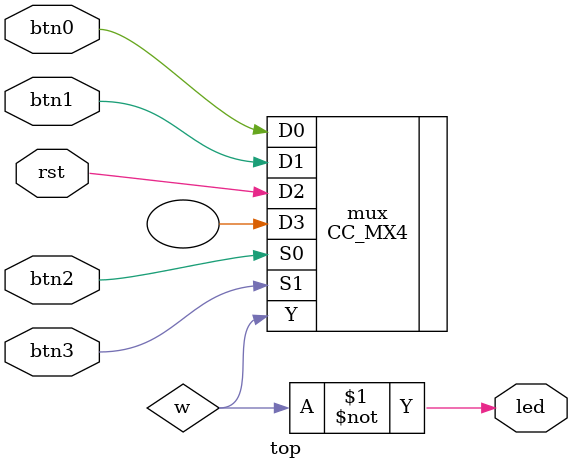
<source format=v>
module top(
  input wire btn0,
  input wire btn1,
  input wire btn2,
  input wire btn3,
  input wire rst,
  output wire led
);
  wire w;
  CC_MX4 mux (
    .D0(btn0),
    .D1(btn1),
    .D2(rst),
    .D3(),
    .S0(btn2),
    .S1(btn3),
    .Y(w)
  );

  assign led = ~w;
endmodule

</source>
